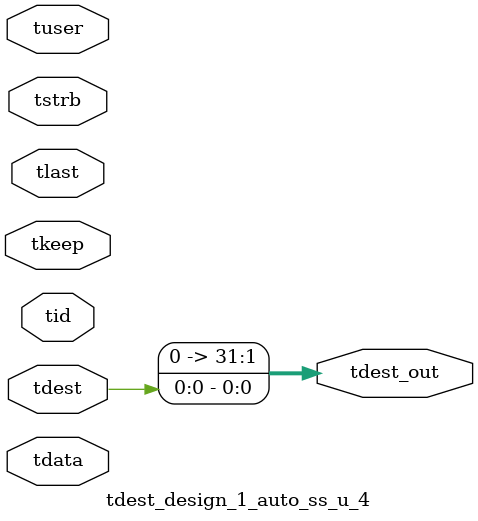
<source format=v>


`timescale 1ps/1ps

module tdest_design_1_auto_ss_u_4 #
(
parameter C_S_AXIS_TDATA_WIDTH = 32,
parameter C_S_AXIS_TUSER_WIDTH = 0,
parameter C_S_AXIS_TID_WIDTH   = 0,
parameter C_S_AXIS_TDEST_WIDTH = 0,
parameter C_M_AXIS_TDEST_WIDTH = 32
)
(
input  [(C_S_AXIS_TDATA_WIDTH == 0 ? 1 : C_S_AXIS_TDATA_WIDTH)-1:0     ] tdata,
input  [(C_S_AXIS_TUSER_WIDTH == 0 ? 1 : C_S_AXIS_TUSER_WIDTH)-1:0     ] tuser,
input  [(C_S_AXIS_TID_WIDTH   == 0 ? 1 : C_S_AXIS_TID_WIDTH)-1:0       ] tid,
input  [(C_S_AXIS_TDEST_WIDTH == 0 ? 1 : C_S_AXIS_TDEST_WIDTH)-1:0     ] tdest,
input  [(C_S_AXIS_TDATA_WIDTH/8)-1:0 ] tkeep,
input  [(C_S_AXIS_TDATA_WIDTH/8)-1:0 ] tstrb,
input                                                                    tlast,
output [C_M_AXIS_TDEST_WIDTH-1:0] tdest_out
);

assign tdest_out = {tdest[0:0]};

endmodule


</source>
